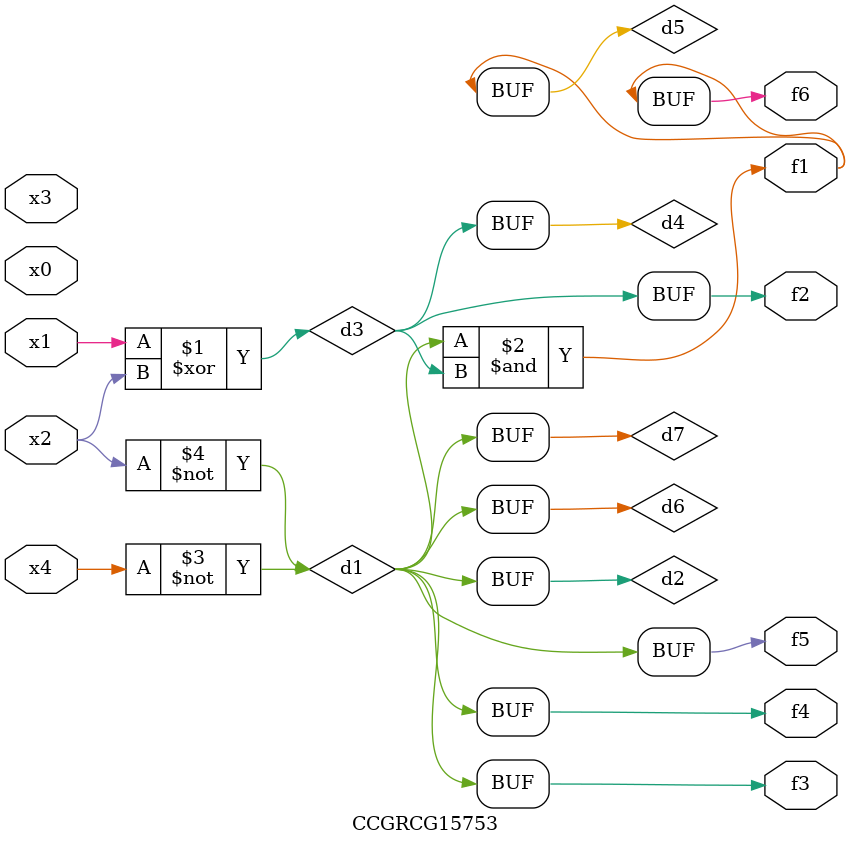
<source format=v>
module CCGRCG15753(
	input x0, x1, x2, x3, x4,
	output f1, f2, f3, f4, f5, f6
);

	wire d1, d2, d3, d4, d5, d6, d7;

	not (d1, x4);
	not (d2, x2);
	xor (d3, x1, x2);
	buf (d4, d3);
	and (d5, d1, d3);
	buf (d6, d1, d2);
	buf (d7, d2);
	assign f1 = d5;
	assign f2 = d4;
	assign f3 = d7;
	assign f4 = d7;
	assign f5 = d7;
	assign f6 = d5;
endmodule

</source>
